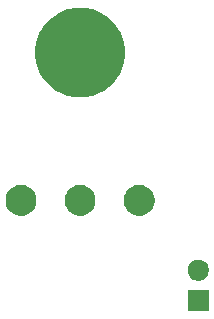
<source format=gbs>
G04 #@! TF.GenerationSoftware,KiCad,Pcbnew,(5.1.6-0-10_14)*
G04 #@! TF.CreationDate,2020-10-13T19:53:42+09:00*
G04 #@! TF.ProjectId,teabiscuits_compute,74656162-6973-4637-9569-74735f636f6d,rev?*
G04 #@! TF.SameCoordinates,Original*
G04 #@! TF.FileFunction,Soldermask,Bot*
G04 #@! TF.FilePolarity,Negative*
%FSLAX46Y46*%
G04 Gerber Fmt 4.6, Leading zero omitted, Abs format (unit mm)*
G04 Created by KiCad (PCBNEW (5.1.6-0-10_14)) date 2020-10-13 19:53:42*
%MOMM*%
%LPD*%
G01*
G04 APERTURE LIST*
%ADD10C,0.100000*%
G04 APERTURE END LIST*
D10*
G36*
X167401000Y-175111000D02*
G01*
X165599000Y-175111000D01*
X165599000Y-173309000D01*
X167401000Y-173309000D01*
X167401000Y-175111000D01*
G37*
G36*
X166613512Y-170773927D02*
G01*
X166762812Y-170803624D01*
X166926784Y-170871544D01*
X167074354Y-170970147D01*
X167199853Y-171095646D01*
X167298456Y-171243216D01*
X167366376Y-171407188D01*
X167401000Y-171581259D01*
X167401000Y-171758741D01*
X167366376Y-171932812D01*
X167298456Y-172096784D01*
X167199853Y-172244354D01*
X167074354Y-172369853D01*
X166926784Y-172468456D01*
X166762812Y-172536376D01*
X166613512Y-172566073D01*
X166588742Y-172571000D01*
X166411258Y-172571000D01*
X166386488Y-172566073D01*
X166237188Y-172536376D01*
X166073216Y-172468456D01*
X165925646Y-172369853D01*
X165800147Y-172244354D01*
X165701544Y-172096784D01*
X165633624Y-171932812D01*
X165599000Y-171758741D01*
X165599000Y-171581259D01*
X165633624Y-171407188D01*
X165701544Y-171243216D01*
X165800147Y-171095646D01*
X165925646Y-170970147D01*
X166073216Y-170871544D01*
X166237188Y-170803624D01*
X166386488Y-170773927D01*
X166411258Y-170769000D01*
X166588742Y-170769000D01*
X166613512Y-170773927D01*
G37*
G36*
X161879487Y-164498996D02*
G01*
X162116253Y-164597068D01*
X162116255Y-164597069D01*
X162329339Y-164739447D01*
X162510553Y-164920661D01*
X162652932Y-165133747D01*
X162751004Y-165370513D01*
X162801000Y-165621861D01*
X162801000Y-165878139D01*
X162751004Y-166129487D01*
X162652932Y-166366253D01*
X162652931Y-166366255D01*
X162510553Y-166579339D01*
X162329339Y-166760553D01*
X162116255Y-166902931D01*
X162116254Y-166902932D01*
X162116253Y-166902932D01*
X161879487Y-167001004D01*
X161628139Y-167051000D01*
X161371861Y-167051000D01*
X161120513Y-167001004D01*
X160883747Y-166902932D01*
X160883746Y-166902932D01*
X160883745Y-166902931D01*
X160670661Y-166760553D01*
X160489447Y-166579339D01*
X160347069Y-166366255D01*
X160347068Y-166366253D01*
X160248996Y-166129487D01*
X160199000Y-165878139D01*
X160199000Y-165621861D01*
X160248996Y-165370513D01*
X160347068Y-165133747D01*
X160489447Y-164920661D01*
X160670661Y-164739447D01*
X160883745Y-164597069D01*
X160883747Y-164597068D01*
X161120513Y-164498996D01*
X161371861Y-164449000D01*
X161628139Y-164449000D01*
X161879487Y-164498996D01*
G37*
G36*
X156879487Y-164498996D02*
G01*
X157116253Y-164597068D01*
X157116255Y-164597069D01*
X157329339Y-164739447D01*
X157510553Y-164920661D01*
X157652932Y-165133747D01*
X157751004Y-165370513D01*
X157801000Y-165621861D01*
X157801000Y-165878139D01*
X157751004Y-166129487D01*
X157652932Y-166366253D01*
X157652931Y-166366255D01*
X157510553Y-166579339D01*
X157329339Y-166760553D01*
X157116255Y-166902931D01*
X157116254Y-166902932D01*
X157116253Y-166902932D01*
X156879487Y-167001004D01*
X156628139Y-167051000D01*
X156371861Y-167051000D01*
X156120513Y-167001004D01*
X155883747Y-166902932D01*
X155883746Y-166902932D01*
X155883745Y-166902931D01*
X155670661Y-166760553D01*
X155489447Y-166579339D01*
X155347069Y-166366255D01*
X155347068Y-166366253D01*
X155248996Y-166129487D01*
X155199000Y-165878139D01*
X155199000Y-165621861D01*
X155248996Y-165370513D01*
X155347068Y-165133747D01*
X155489447Y-164920661D01*
X155670661Y-164739447D01*
X155883745Y-164597069D01*
X155883747Y-164597068D01*
X156120513Y-164498996D01*
X156371861Y-164449000D01*
X156628139Y-164449000D01*
X156879487Y-164498996D01*
G37*
G36*
X151879487Y-164498996D02*
G01*
X152116253Y-164597068D01*
X152116255Y-164597069D01*
X152329339Y-164739447D01*
X152510553Y-164920661D01*
X152652932Y-165133747D01*
X152751004Y-165370513D01*
X152801000Y-165621861D01*
X152801000Y-165878139D01*
X152751004Y-166129487D01*
X152652932Y-166366253D01*
X152652931Y-166366255D01*
X152510553Y-166579339D01*
X152329339Y-166760553D01*
X152116255Y-166902931D01*
X152116254Y-166902932D01*
X152116253Y-166902932D01*
X151879487Y-167001004D01*
X151628139Y-167051000D01*
X151371861Y-167051000D01*
X151120513Y-167001004D01*
X150883747Y-166902932D01*
X150883746Y-166902932D01*
X150883745Y-166902931D01*
X150670661Y-166760553D01*
X150489447Y-166579339D01*
X150347069Y-166366255D01*
X150347068Y-166366253D01*
X150248996Y-166129487D01*
X150199000Y-165878139D01*
X150199000Y-165621861D01*
X150248996Y-165370513D01*
X150347068Y-165133747D01*
X150489447Y-164920661D01*
X150670661Y-164739447D01*
X150883745Y-164597069D01*
X150883747Y-164597068D01*
X151120513Y-164498996D01*
X151371861Y-164449000D01*
X151628139Y-164449000D01*
X151879487Y-164498996D01*
G37*
G36*
X157608710Y-149595070D02*
G01*
X158300447Y-149881597D01*
X158300448Y-149881598D01*
X158922996Y-150297571D01*
X159452429Y-150827004D01*
X159730374Y-151242978D01*
X159868403Y-151449553D01*
X160154930Y-152141290D01*
X160301000Y-152875633D01*
X160301000Y-153624367D01*
X160154930Y-154358710D01*
X159868403Y-155050447D01*
X159868402Y-155050448D01*
X159452429Y-155672996D01*
X158922996Y-156202429D01*
X158507022Y-156480374D01*
X158300447Y-156618403D01*
X157608710Y-156904930D01*
X156874367Y-157051000D01*
X156125633Y-157051000D01*
X155391290Y-156904930D01*
X154699553Y-156618403D01*
X154492978Y-156480374D01*
X154077004Y-156202429D01*
X153547571Y-155672996D01*
X153131598Y-155050448D01*
X153131597Y-155050447D01*
X152845070Y-154358710D01*
X152699000Y-153624367D01*
X152699000Y-152875633D01*
X152845070Y-152141290D01*
X153131597Y-151449553D01*
X153269626Y-151242978D01*
X153547571Y-150827004D01*
X154077004Y-150297571D01*
X154699552Y-149881598D01*
X154699553Y-149881597D01*
X155391290Y-149595070D01*
X156125633Y-149449000D01*
X156874367Y-149449000D01*
X157608710Y-149595070D01*
G37*
M02*

</source>
